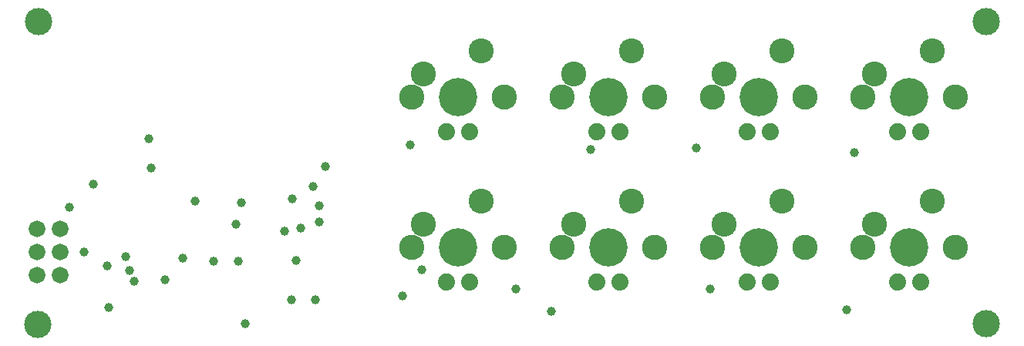
<source format=gbs>
G75*
%MOIN*%
%OFA0B0*%
%FSLAX25Y25*%
%IPPOS*%
%LPD*%
%AMOC8*
5,1,8,0,0,1.08239X$1,22.5*
%
%ADD10C,0.11824*%
%ADD11C,0.07200*%
%ADD12C,0.10800*%
%ADD13C,0.10924*%
%ADD14C,0.16550*%
%ADD15C,0.07400*%
%ADD16C,0.03900*%
D10*
X0024016Y0010337D03*
X0024362Y0141211D03*
X0433748Y0141211D03*
X0433748Y0010369D03*
D11*
X0033472Y0031369D03*
X0023472Y0031369D03*
X0023472Y0041369D03*
X0033472Y0041369D03*
X0033472Y0051369D03*
X0023472Y0051369D03*
D12*
X0190472Y0053369D03*
X0215472Y0063369D03*
X0255472Y0053369D03*
X0280472Y0063369D03*
X0320472Y0053369D03*
X0345472Y0063369D03*
X0385472Y0053369D03*
X0410472Y0063369D03*
X0385472Y0118369D03*
X0410472Y0128369D03*
X0345472Y0128369D03*
X0320472Y0118369D03*
X0280472Y0128369D03*
X0255472Y0118369D03*
X0215472Y0128369D03*
X0190472Y0118369D03*
D13*
X0185472Y0108369D03*
X0225472Y0108369D03*
X0250472Y0108369D03*
X0290472Y0108369D03*
X0315472Y0108369D03*
X0355472Y0108369D03*
X0380472Y0108369D03*
X0420472Y0108369D03*
X0420472Y0043369D03*
X0380472Y0043369D03*
X0355472Y0043369D03*
X0315472Y0043369D03*
X0290472Y0043369D03*
X0250472Y0043369D03*
X0225472Y0043369D03*
X0185472Y0043369D03*
D14*
X0205472Y0043369D03*
X0270472Y0043369D03*
X0335472Y0043369D03*
X0400472Y0043369D03*
X0400472Y0108369D03*
X0335472Y0108369D03*
X0270472Y0108369D03*
X0205472Y0108369D03*
D15*
X0200472Y0093369D03*
X0210472Y0093369D03*
X0265472Y0093369D03*
X0275472Y0093369D03*
X0330472Y0093369D03*
X0340472Y0093369D03*
X0395472Y0093369D03*
X0405472Y0093369D03*
X0405472Y0028369D03*
X0395472Y0028369D03*
X0340472Y0028369D03*
X0330472Y0028369D03*
X0275472Y0028369D03*
X0265472Y0028369D03*
X0210472Y0028369D03*
X0200472Y0028369D03*
D16*
X0189972Y0033869D03*
X0181472Y0022369D03*
X0143972Y0020869D03*
X0133472Y0020869D03*
X0113472Y0010369D03*
X0078972Y0029369D03*
X0065472Y0028869D03*
X0063472Y0033369D03*
X0053972Y0035369D03*
X0061972Y0039369D03*
X0043972Y0041369D03*
X0086472Y0038869D03*
X0099972Y0037369D03*
X0110472Y0037369D03*
X0135472Y0037869D03*
X0130472Y0050369D03*
X0137472Y0051869D03*
X0145472Y0054369D03*
X0145472Y0061369D03*
X0133972Y0064369D03*
X0142772Y0069969D03*
X0148372Y0078569D03*
X0184972Y0087869D03*
X0111972Y0062869D03*
X0091972Y0063369D03*
X0109472Y0053369D03*
X0047972Y0070869D03*
X0037472Y0060869D03*
X0072972Y0077869D03*
X0071972Y0090369D03*
X0230472Y0025369D03*
X0245972Y0015869D03*
X0314472Y0025369D03*
X0373472Y0016369D03*
X0376972Y0084369D03*
X0308472Y0086369D03*
X0262972Y0085869D03*
X0054472Y0017369D03*
M02*

</source>
